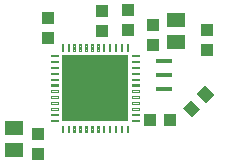
<source format=gbr>
G04 EAGLE Gerber RS-274X export*
G75*
%MOMM*%
%FSLAX34Y34*%
%LPD*%
%INSolderpaste Bottom*%
%IPPOS*%
%AMOC8*
5,1,8,0,0,1.08239X$1,22.5*%
G01*
%ADD10R,1.000000X1.100000*%
%ADD11C,0.124994*%
%ADD12R,5.699988X5.699988*%
%ADD13R,1.399997X0.400000*%
%ADD14R,1.100000X1.000000*%
%ADD15R,1.500000X1.300000*%


D10*
X440980Y378411D03*
X440980Y395411D03*
D11*
X377827Y374327D02*
X377827Y373077D01*
X377827Y374327D02*
X383577Y374327D01*
X383577Y373077D01*
X377827Y373077D01*
X377827Y374264D02*
X383577Y374264D01*
X377827Y369327D02*
X377827Y368077D01*
X377827Y369327D02*
X383577Y369327D01*
X383577Y368077D01*
X377827Y368077D01*
X377827Y369264D02*
X383577Y369264D01*
X377827Y364327D02*
X377827Y363077D01*
X377827Y364327D02*
X383577Y364327D01*
X383577Y363077D01*
X377827Y363077D01*
X377827Y364264D02*
X383577Y364264D01*
X377827Y359327D02*
X377827Y358077D01*
X377827Y359327D02*
X383577Y359327D01*
X383577Y358077D01*
X377827Y358077D01*
X377827Y359264D02*
X383577Y359264D01*
X377827Y354327D02*
X377827Y353077D01*
X377827Y354327D02*
X383577Y354327D01*
X383577Y353077D01*
X377827Y353077D01*
X377827Y354264D02*
X383577Y354264D01*
X377827Y349327D02*
X377827Y348077D01*
X377827Y349327D02*
X383577Y349327D01*
X383577Y348077D01*
X377827Y348077D01*
X377827Y349264D02*
X383577Y349264D01*
X377827Y344327D02*
X377827Y343077D01*
X377827Y344327D02*
X383577Y344327D01*
X383577Y343077D01*
X377827Y343077D01*
X377827Y344264D02*
X383577Y344264D01*
X377827Y339327D02*
X377827Y338077D01*
X377827Y339327D02*
X383577Y339327D01*
X383577Y338077D01*
X377827Y338077D01*
X377827Y339264D02*
X383577Y339264D01*
X377827Y334327D02*
X377827Y333077D01*
X377827Y334327D02*
X383577Y334327D01*
X383577Y333077D01*
X377827Y333077D01*
X377827Y334264D02*
X383577Y334264D01*
X377827Y329327D02*
X377827Y328077D01*
X377827Y329327D02*
X383577Y329327D01*
X383577Y328077D01*
X377827Y328077D01*
X377827Y329264D02*
X383577Y329264D01*
X377827Y324327D02*
X377827Y323077D01*
X377827Y324327D02*
X383577Y324327D01*
X383577Y323077D01*
X377827Y323077D01*
X377827Y324264D02*
X383577Y324264D01*
X377827Y319327D02*
X377827Y318077D01*
X377827Y319327D02*
X383577Y319327D01*
X383577Y318077D01*
X377827Y318077D01*
X377827Y319264D02*
X383577Y319264D01*
X374327Y314577D02*
X373077Y314577D01*
X374327Y314577D02*
X374327Y308827D01*
X373077Y308827D01*
X373077Y314577D01*
X373077Y310014D02*
X374327Y310014D01*
X374327Y311201D02*
X373077Y311201D01*
X373077Y312388D02*
X374327Y312388D01*
X374327Y313575D02*
X373077Y313575D01*
X369327Y314577D02*
X368077Y314577D01*
X369327Y314577D02*
X369327Y308827D01*
X368077Y308827D01*
X368077Y314577D01*
X368077Y310014D02*
X369327Y310014D01*
X369327Y311201D02*
X368077Y311201D01*
X368077Y312388D02*
X369327Y312388D01*
X369327Y313575D02*
X368077Y313575D01*
X364327Y314577D02*
X363077Y314577D01*
X364327Y314577D02*
X364327Y308827D01*
X363077Y308827D01*
X363077Y314577D01*
X363077Y310014D02*
X364327Y310014D01*
X364327Y311201D02*
X363077Y311201D01*
X363077Y312388D02*
X364327Y312388D01*
X364327Y313575D02*
X363077Y313575D01*
X359327Y314577D02*
X358077Y314577D01*
X359327Y314577D02*
X359327Y308827D01*
X358077Y308827D01*
X358077Y314577D01*
X358077Y310014D02*
X359327Y310014D01*
X359327Y311201D02*
X358077Y311201D01*
X358077Y312388D02*
X359327Y312388D01*
X359327Y313575D02*
X358077Y313575D01*
X354327Y314577D02*
X353077Y314577D01*
X354327Y314577D02*
X354327Y308827D01*
X353077Y308827D01*
X353077Y314577D01*
X353077Y310014D02*
X354327Y310014D01*
X354327Y311201D02*
X353077Y311201D01*
X353077Y312388D02*
X354327Y312388D01*
X354327Y313575D02*
X353077Y313575D01*
X349327Y314577D02*
X348077Y314577D01*
X349327Y314577D02*
X349327Y308827D01*
X348077Y308827D01*
X348077Y314577D01*
X348077Y310014D02*
X349327Y310014D01*
X349327Y311201D02*
X348077Y311201D01*
X348077Y312388D02*
X349327Y312388D01*
X349327Y313575D02*
X348077Y313575D01*
X344327Y314577D02*
X343077Y314577D01*
X344327Y314577D02*
X344327Y308827D01*
X343077Y308827D01*
X343077Y314577D01*
X343077Y310014D02*
X344327Y310014D01*
X344327Y311201D02*
X343077Y311201D01*
X343077Y312388D02*
X344327Y312388D01*
X344327Y313575D02*
X343077Y313575D01*
X339327Y314577D02*
X338077Y314577D01*
X339327Y314577D02*
X339327Y308827D01*
X338077Y308827D01*
X338077Y314577D01*
X338077Y310014D02*
X339327Y310014D01*
X339327Y311201D02*
X338077Y311201D01*
X338077Y312388D02*
X339327Y312388D01*
X339327Y313575D02*
X338077Y313575D01*
X334327Y314577D02*
X333077Y314577D01*
X334327Y314577D02*
X334327Y308827D01*
X333077Y308827D01*
X333077Y314577D01*
X333077Y310014D02*
X334327Y310014D01*
X334327Y311201D02*
X333077Y311201D01*
X333077Y312388D02*
X334327Y312388D01*
X334327Y313575D02*
X333077Y313575D01*
X329327Y314577D02*
X328077Y314577D01*
X329327Y314577D02*
X329327Y308827D01*
X328077Y308827D01*
X328077Y314577D01*
X328077Y310014D02*
X329327Y310014D01*
X329327Y311201D02*
X328077Y311201D01*
X328077Y312388D02*
X329327Y312388D01*
X329327Y313575D02*
X328077Y313575D01*
X324327Y314577D02*
X323077Y314577D01*
X324327Y314577D02*
X324327Y308827D01*
X323077Y308827D01*
X323077Y314577D01*
X323077Y310014D02*
X324327Y310014D01*
X324327Y311201D02*
X323077Y311201D01*
X323077Y312388D02*
X324327Y312388D01*
X324327Y313575D02*
X323077Y313575D01*
X319327Y314577D02*
X318077Y314577D01*
X319327Y314577D02*
X319327Y308827D01*
X318077Y308827D01*
X318077Y314577D01*
X318077Y310014D02*
X319327Y310014D01*
X319327Y311201D02*
X318077Y311201D01*
X318077Y312388D02*
X319327Y312388D01*
X319327Y313575D02*
X318077Y313575D01*
X314577Y318077D02*
X314577Y319327D01*
X314577Y318077D02*
X308827Y318077D01*
X308827Y319327D01*
X314577Y319327D01*
X314577Y319264D02*
X308827Y319264D01*
X314577Y323077D02*
X314577Y324327D01*
X314577Y323077D02*
X308827Y323077D01*
X308827Y324327D01*
X314577Y324327D01*
X314577Y324264D02*
X308827Y324264D01*
X314577Y328077D02*
X314577Y329327D01*
X314577Y328077D02*
X308827Y328077D01*
X308827Y329327D01*
X314577Y329327D01*
X314577Y329264D02*
X308827Y329264D01*
X314577Y333077D02*
X314577Y334327D01*
X314577Y333077D02*
X308827Y333077D01*
X308827Y334327D01*
X314577Y334327D01*
X314577Y334264D02*
X308827Y334264D01*
X314577Y338077D02*
X314577Y339327D01*
X314577Y338077D02*
X308827Y338077D01*
X308827Y339327D01*
X314577Y339327D01*
X314577Y339264D02*
X308827Y339264D01*
X314577Y343077D02*
X314577Y344327D01*
X314577Y343077D02*
X308827Y343077D01*
X308827Y344327D01*
X314577Y344327D01*
X314577Y344264D02*
X308827Y344264D01*
X314577Y348077D02*
X314577Y349327D01*
X314577Y348077D02*
X308827Y348077D01*
X308827Y349327D01*
X314577Y349327D01*
X314577Y349264D02*
X308827Y349264D01*
X314577Y353077D02*
X314577Y354327D01*
X314577Y353077D02*
X308827Y353077D01*
X308827Y354327D01*
X314577Y354327D01*
X314577Y354264D02*
X308827Y354264D01*
X314577Y358077D02*
X314577Y359327D01*
X314577Y358077D02*
X308827Y358077D01*
X308827Y359327D01*
X314577Y359327D01*
X314577Y359264D02*
X308827Y359264D01*
X314577Y363077D02*
X314577Y364327D01*
X314577Y363077D02*
X308827Y363077D01*
X308827Y364327D01*
X314577Y364327D01*
X314577Y364264D02*
X308827Y364264D01*
X314577Y368077D02*
X314577Y369327D01*
X314577Y368077D02*
X308827Y368077D01*
X308827Y369327D01*
X314577Y369327D01*
X314577Y369264D02*
X308827Y369264D01*
X314577Y373077D02*
X314577Y374327D01*
X314577Y373077D02*
X308827Y373077D01*
X308827Y374327D01*
X314577Y374327D01*
X314577Y374264D02*
X308827Y374264D01*
X318077Y377827D02*
X319327Y377827D01*
X318077Y377827D02*
X318077Y383577D01*
X319327Y383577D01*
X319327Y377827D01*
X319327Y379014D02*
X318077Y379014D01*
X318077Y380201D02*
X319327Y380201D01*
X319327Y381388D02*
X318077Y381388D01*
X318077Y382575D02*
X319327Y382575D01*
X323077Y377827D02*
X324327Y377827D01*
X323077Y377827D02*
X323077Y383577D01*
X324327Y383577D01*
X324327Y377827D01*
X324327Y379014D02*
X323077Y379014D01*
X323077Y380201D02*
X324327Y380201D01*
X324327Y381388D02*
X323077Y381388D01*
X323077Y382575D02*
X324327Y382575D01*
X328077Y377827D02*
X329327Y377827D01*
X328077Y377827D02*
X328077Y383577D01*
X329327Y383577D01*
X329327Y377827D01*
X329327Y379014D02*
X328077Y379014D01*
X328077Y380201D02*
X329327Y380201D01*
X329327Y381388D02*
X328077Y381388D01*
X328077Y382575D02*
X329327Y382575D01*
X333077Y377827D02*
X334327Y377827D01*
X333077Y377827D02*
X333077Y383577D01*
X334327Y383577D01*
X334327Y377827D01*
X334327Y379014D02*
X333077Y379014D01*
X333077Y380201D02*
X334327Y380201D01*
X334327Y381388D02*
X333077Y381388D01*
X333077Y382575D02*
X334327Y382575D01*
X338077Y377827D02*
X339327Y377827D01*
X338077Y377827D02*
X338077Y383577D01*
X339327Y383577D01*
X339327Y377827D01*
X339327Y379014D02*
X338077Y379014D01*
X338077Y380201D02*
X339327Y380201D01*
X339327Y381388D02*
X338077Y381388D01*
X338077Y382575D02*
X339327Y382575D01*
X343077Y377827D02*
X344327Y377827D01*
X343077Y377827D02*
X343077Y383577D01*
X344327Y383577D01*
X344327Y377827D01*
X344327Y379014D02*
X343077Y379014D01*
X343077Y380201D02*
X344327Y380201D01*
X344327Y381388D02*
X343077Y381388D01*
X343077Y382575D02*
X344327Y382575D01*
X348077Y377827D02*
X349327Y377827D01*
X348077Y377827D02*
X348077Y383577D01*
X349327Y383577D01*
X349327Y377827D01*
X349327Y379014D02*
X348077Y379014D01*
X348077Y380201D02*
X349327Y380201D01*
X349327Y381388D02*
X348077Y381388D01*
X348077Y382575D02*
X349327Y382575D01*
X353077Y377827D02*
X354327Y377827D01*
X353077Y377827D02*
X353077Y383577D01*
X354327Y383577D01*
X354327Y377827D01*
X354327Y379014D02*
X353077Y379014D01*
X353077Y380201D02*
X354327Y380201D01*
X354327Y381388D02*
X353077Y381388D01*
X353077Y382575D02*
X354327Y382575D01*
X358077Y377827D02*
X359327Y377827D01*
X358077Y377827D02*
X358077Y383577D01*
X359327Y383577D01*
X359327Y377827D01*
X359327Y379014D02*
X358077Y379014D01*
X358077Y380201D02*
X359327Y380201D01*
X359327Y381388D02*
X358077Y381388D01*
X358077Y382575D02*
X359327Y382575D01*
X363077Y377827D02*
X364327Y377827D01*
X363077Y377827D02*
X363077Y383577D01*
X364327Y383577D01*
X364327Y377827D01*
X364327Y379014D02*
X363077Y379014D01*
X363077Y380201D02*
X364327Y380201D01*
X364327Y381388D02*
X363077Y381388D01*
X363077Y382575D02*
X364327Y382575D01*
X368077Y377827D02*
X369327Y377827D01*
X368077Y377827D02*
X368077Y383577D01*
X369327Y383577D01*
X369327Y377827D01*
X369327Y379014D02*
X368077Y379014D01*
X368077Y380201D02*
X369327Y380201D01*
X369327Y381388D02*
X368077Y381388D01*
X368077Y382575D02*
X369327Y382575D01*
X373077Y377827D02*
X374327Y377827D01*
X373077Y377827D02*
X373077Y383577D01*
X374327Y383577D01*
X374327Y377827D01*
X374327Y379014D02*
X373077Y379014D01*
X373077Y380201D02*
X374327Y380201D01*
X374327Y381388D02*
X373077Y381388D01*
X373077Y382575D02*
X374327Y382575D01*
D12*
X346202Y346202D03*
D13*
X404335Y369360D03*
X404335Y357360D03*
X404335Y345360D03*
D14*
X352100Y411972D03*
X352100Y394972D03*
D15*
X277942Y312893D03*
X277942Y293893D03*
X414843Y385079D03*
X414843Y404079D03*
D14*
X393244Y319174D03*
X410244Y319174D03*
D10*
X373883Y395124D03*
X373883Y412124D03*
X306906Y388545D03*
X306906Y405545D03*
X298227Y307824D03*
X298227Y290824D03*
X395846Y382419D03*
X395846Y399419D03*
G36*
X432434Y341481D02*
X439505Y348552D01*
X447282Y340775D01*
X440211Y333704D01*
X432434Y341481D01*
G37*
G36*
X420413Y329460D02*
X427484Y336531D01*
X435261Y328754D01*
X428190Y321683D01*
X420413Y329460D01*
G37*
M02*

</source>
